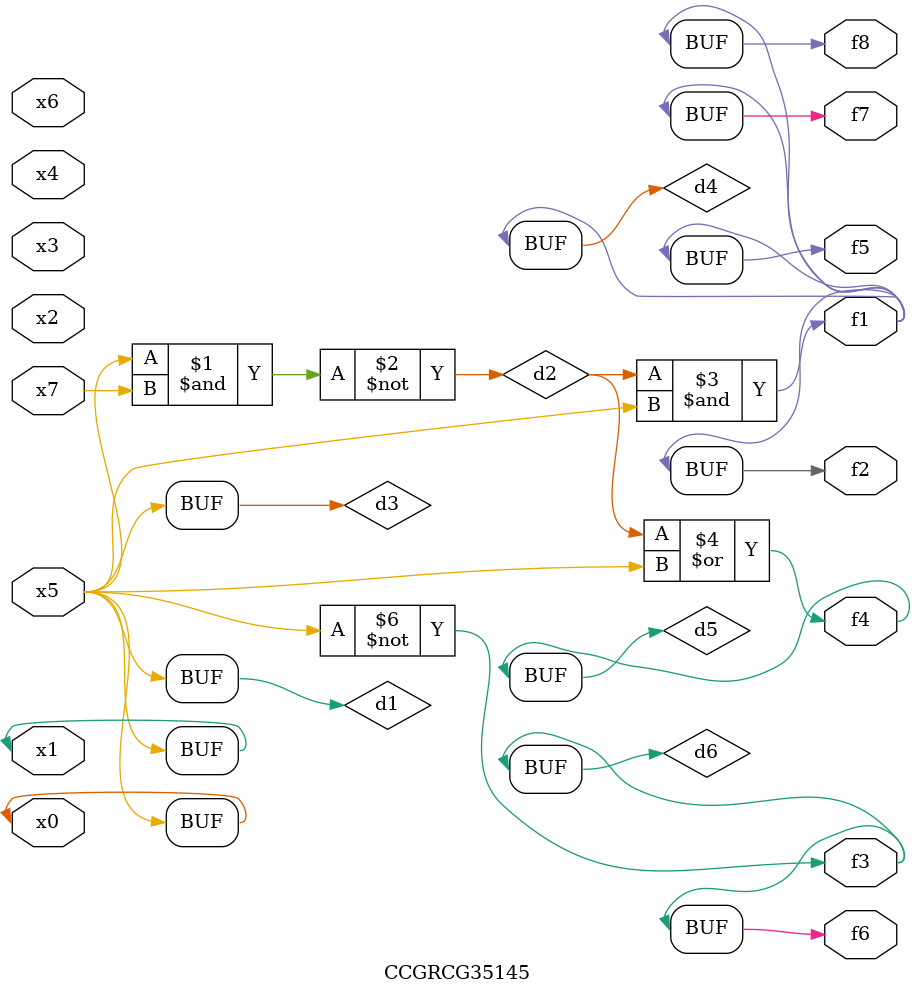
<source format=v>
module CCGRCG35145(
	input x0, x1, x2, x3, x4, x5, x6, x7,
	output f1, f2, f3, f4, f5, f6, f7, f8
);

	wire d1, d2, d3, d4, d5, d6;

	buf (d1, x0, x5);
	nand (d2, x5, x7);
	buf (d3, x0, x1);
	and (d4, d2, d3);
	or (d5, d2, d3);
	nor (d6, d1, d3);
	assign f1 = d4;
	assign f2 = d4;
	assign f3 = d6;
	assign f4 = d5;
	assign f5 = d4;
	assign f6 = d6;
	assign f7 = d4;
	assign f8 = d4;
endmodule

</source>
